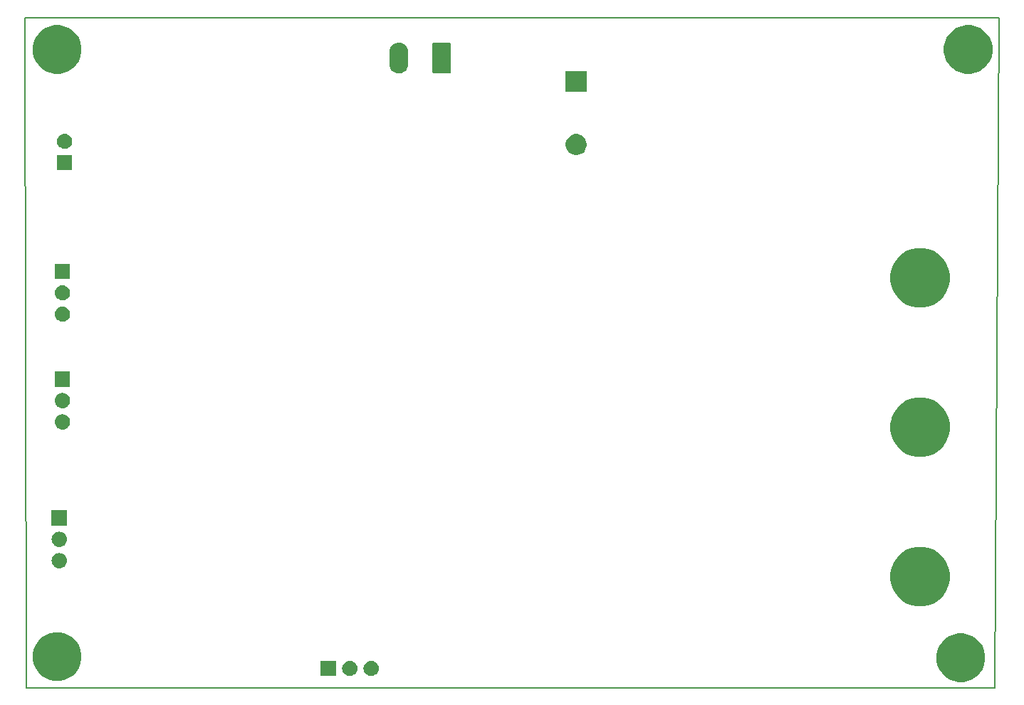
<source format=gbr>
G04 #@! TF.GenerationSoftware,KiCad,Pcbnew,(5.0.2)-1*
G04 #@! TF.CreationDate,2019-05-11T14:53:23+03:00*
G04 #@! TF.ProjectId,ESC versiune2,45534320-7665-4727-9369-756e65322e6b,rev?*
G04 #@! TF.SameCoordinates,Original*
G04 #@! TF.FileFunction,Soldermask,Bot*
G04 #@! TF.FilePolarity,Negative*
%FSLAX46Y46*%
G04 Gerber Fmt 4.6, Leading zero omitted, Abs format (unit mm)*
G04 Created by KiCad (PCBNEW (5.0.2)-1) date 5/11/2019 2:53:23 PM*
%MOMM*%
%LPD*%
G01*
G04 APERTURE LIST*
%ADD10C,0.150000*%
%ADD11C,0.100000*%
G04 APERTURE END LIST*
D10*
X57023000Y-131318000D02*
X172212000Y-131318000D01*
X172720000Y-51562000D02*
X172212000Y-131318000D01*
X56896000Y-51562000D02*
X57023000Y-131318000D01*
X56896000Y-51562000D02*
X172720000Y-51562000D01*
D11*
G36*
X168994190Y-124972483D02*
X169522138Y-125191166D01*
X169997283Y-125508648D01*
X170401352Y-125912717D01*
X170718834Y-126387862D01*
X170937517Y-126915810D01*
X171049000Y-127476275D01*
X171049000Y-128047725D01*
X170937517Y-128608190D01*
X170718834Y-129136138D01*
X170401352Y-129611283D01*
X169997283Y-130015352D01*
X169522138Y-130332834D01*
X168994190Y-130551517D01*
X168433725Y-130663000D01*
X167862275Y-130663000D01*
X167301810Y-130551517D01*
X166773862Y-130332834D01*
X166298717Y-130015352D01*
X165894648Y-129611283D01*
X165577166Y-129136138D01*
X165358483Y-128608190D01*
X165247000Y-128047725D01*
X165247000Y-127476275D01*
X165358483Y-126915810D01*
X165577166Y-126387862D01*
X165894648Y-125912717D01*
X166298717Y-125508648D01*
X166773862Y-125191166D01*
X167301810Y-124972483D01*
X167862275Y-124861000D01*
X168433725Y-124861000D01*
X168994190Y-124972483D01*
X168994190Y-124972483D01*
G37*
G36*
X61552190Y-124845483D02*
X62080138Y-125064166D01*
X62555283Y-125381648D01*
X62959352Y-125785717D01*
X63276834Y-126260862D01*
X63495517Y-126788810D01*
X63607000Y-127349275D01*
X63607000Y-127920725D01*
X63495517Y-128481190D01*
X63276834Y-129009138D01*
X62959352Y-129484283D01*
X62555283Y-129888352D01*
X62080138Y-130205834D01*
X61552190Y-130424517D01*
X60991725Y-130536000D01*
X60420275Y-130536000D01*
X59859810Y-130424517D01*
X59331862Y-130205834D01*
X58856717Y-129888352D01*
X58452648Y-129484283D01*
X58135166Y-129009138D01*
X57916483Y-128481190D01*
X57805000Y-127920725D01*
X57805000Y-127349275D01*
X57916483Y-126788810D01*
X58135166Y-126260862D01*
X58452648Y-125785717D01*
X58856717Y-125381648D01*
X59331862Y-125064166D01*
X59859810Y-124845483D01*
X60420275Y-124734000D01*
X60991725Y-124734000D01*
X61552190Y-124845483D01*
X61552190Y-124845483D01*
G37*
G36*
X93865000Y-129933000D02*
X92063000Y-129933000D01*
X92063000Y-128131000D01*
X93865000Y-128131000D01*
X93865000Y-129933000D01*
X93865000Y-129933000D01*
G37*
G36*
X98154442Y-128137518D02*
X98220627Y-128144037D01*
X98333853Y-128178384D01*
X98390467Y-128195557D01*
X98529087Y-128269652D01*
X98546991Y-128279222D01*
X98582729Y-128308552D01*
X98684186Y-128391814D01*
X98757534Y-128481190D01*
X98796778Y-128529009D01*
X98796779Y-128529011D01*
X98880443Y-128685533D01*
X98880443Y-128685534D01*
X98931963Y-128855373D01*
X98949359Y-129032000D01*
X98931963Y-129208627D01*
X98897616Y-129321853D01*
X98880443Y-129378467D01*
X98823884Y-129484280D01*
X98796778Y-129534991D01*
X98767448Y-129570729D01*
X98684186Y-129672186D01*
X98582729Y-129755448D01*
X98546991Y-129784778D01*
X98546989Y-129784779D01*
X98390467Y-129868443D01*
X98333853Y-129885616D01*
X98220627Y-129919963D01*
X98154442Y-129926482D01*
X98088260Y-129933000D01*
X97999740Y-129933000D01*
X97933558Y-129926482D01*
X97867373Y-129919963D01*
X97754147Y-129885616D01*
X97697533Y-129868443D01*
X97541011Y-129784779D01*
X97541009Y-129784778D01*
X97505271Y-129755448D01*
X97403814Y-129672186D01*
X97320552Y-129570729D01*
X97291222Y-129534991D01*
X97264116Y-129484280D01*
X97207557Y-129378467D01*
X97190384Y-129321853D01*
X97156037Y-129208627D01*
X97138641Y-129032000D01*
X97156037Y-128855373D01*
X97207557Y-128685534D01*
X97207557Y-128685533D01*
X97291221Y-128529011D01*
X97291222Y-128529009D01*
X97330466Y-128481190D01*
X97403814Y-128391814D01*
X97505271Y-128308552D01*
X97541009Y-128279222D01*
X97558913Y-128269652D01*
X97697533Y-128195557D01*
X97754147Y-128178384D01*
X97867373Y-128144037D01*
X97933558Y-128137518D01*
X97999740Y-128131000D01*
X98088260Y-128131000D01*
X98154442Y-128137518D01*
X98154442Y-128137518D01*
G37*
G36*
X95614442Y-128137518D02*
X95680627Y-128144037D01*
X95793853Y-128178384D01*
X95850467Y-128195557D01*
X95989087Y-128269652D01*
X96006991Y-128279222D01*
X96042729Y-128308552D01*
X96144186Y-128391814D01*
X96217534Y-128481190D01*
X96256778Y-128529009D01*
X96256779Y-128529011D01*
X96340443Y-128685533D01*
X96340443Y-128685534D01*
X96391963Y-128855373D01*
X96409359Y-129032000D01*
X96391963Y-129208627D01*
X96357616Y-129321853D01*
X96340443Y-129378467D01*
X96283884Y-129484280D01*
X96256778Y-129534991D01*
X96227448Y-129570729D01*
X96144186Y-129672186D01*
X96042729Y-129755448D01*
X96006991Y-129784778D01*
X96006989Y-129784779D01*
X95850467Y-129868443D01*
X95793853Y-129885616D01*
X95680627Y-129919963D01*
X95614442Y-129926482D01*
X95548260Y-129933000D01*
X95459740Y-129933000D01*
X95393558Y-129926482D01*
X95327373Y-129919963D01*
X95214147Y-129885616D01*
X95157533Y-129868443D01*
X95001011Y-129784779D01*
X95001009Y-129784778D01*
X94965271Y-129755448D01*
X94863814Y-129672186D01*
X94780552Y-129570729D01*
X94751222Y-129534991D01*
X94724116Y-129484280D01*
X94667557Y-129378467D01*
X94650384Y-129321853D01*
X94616037Y-129208627D01*
X94598641Y-129032000D01*
X94616037Y-128855373D01*
X94667557Y-128685534D01*
X94667557Y-128685533D01*
X94751221Y-128529011D01*
X94751222Y-128529009D01*
X94790466Y-128481190D01*
X94863814Y-128391814D01*
X94965271Y-128308552D01*
X95001009Y-128279222D01*
X95018913Y-128269652D01*
X95157533Y-128195557D01*
X95214147Y-128178384D01*
X95327373Y-128144037D01*
X95393558Y-128137518D01*
X95459740Y-128131000D01*
X95548260Y-128131000D01*
X95614442Y-128137518D01*
X95614442Y-128137518D01*
G37*
G36*
X164357786Y-114695462D02*
X164357788Y-114695463D01*
X164357789Y-114695463D01*
X165004029Y-114963144D01*
X165004030Y-114963145D01*
X165585634Y-115351760D01*
X166080240Y-115846366D01*
X166080242Y-115846369D01*
X166468856Y-116427971D01*
X166641671Y-116845185D01*
X166736538Y-117074214D01*
X166873000Y-117760256D01*
X166873000Y-118459743D01*
X166736537Y-119145789D01*
X166468856Y-119792029D01*
X166468855Y-119792030D01*
X166080240Y-120373634D01*
X165585634Y-120868240D01*
X165585631Y-120868242D01*
X165004029Y-121256856D01*
X164357789Y-121524537D01*
X164357788Y-121524537D01*
X164357786Y-121524538D01*
X163671744Y-121661000D01*
X162972256Y-121661000D01*
X162286214Y-121524538D01*
X162286212Y-121524537D01*
X162286211Y-121524537D01*
X161639971Y-121256856D01*
X161058369Y-120868242D01*
X161058366Y-120868240D01*
X160563760Y-120373634D01*
X160175145Y-119792030D01*
X160175144Y-119792029D01*
X159907463Y-119145789D01*
X159771000Y-118459743D01*
X159771000Y-117760256D01*
X159907462Y-117074214D01*
X160002329Y-116845185D01*
X160175144Y-116427971D01*
X160563758Y-115846369D01*
X160563760Y-115846366D01*
X161058366Y-115351760D01*
X161639970Y-114963145D01*
X161639971Y-114963144D01*
X162286211Y-114695463D01*
X162286212Y-114695463D01*
X162286214Y-114695462D01*
X162972256Y-114559000D01*
X163671744Y-114559000D01*
X164357786Y-114695462D01*
X164357786Y-114695462D01*
G37*
G36*
X61070442Y-115310518D02*
X61136627Y-115317037D01*
X61249853Y-115351384D01*
X61306467Y-115368557D01*
X61445087Y-115442652D01*
X61462991Y-115452222D01*
X61498729Y-115481552D01*
X61600186Y-115564814D01*
X61683448Y-115666271D01*
X61712778Y-115702009D01*
X61712779Y-115702011D01*
X61796443Y-115858533D01*
X61796443Y-115858534D01*
X61847963Y-116028373D01*
X61865359Y-116205000D01*
X61847963Y-116381627D01*
X61813616Y-116494853D01*
X61796443Y-116551467D01*
X61722348Y-116690087D01*
X61712778Y-116707991D01*
X61683448Y-116743729D01*
X61600186Y-116845186D01*
X61498729Y-116928448D01*
X61462991Y-116957778D01*
X61462989Y-116957779D01*
X61306467Y-117041443D01*
X61249853Y-117058616D01*
X61136627Y-117092963D01*
X61070443Y-117099481D01*
X61004260Y-117106000D01*
X60915740Y-117106000D01*
X60849557Y-117099481D01*
X60783373Y-117092963D01*
X60670147Y-117058616D01*
X60613533Y-117041443D01*
X60457011Y-116957779D01*
X60457009Y-116957778D01*
X60421271Y-116928448D01*
X60319814Y-116845186D01*
X60236552Y-116743729D01*
X60207222Y-116707991D01*
X60197652Y-116690087D01*
X60123557Y-116551467D01*
X60106384Y-116494853D01*
X60072037Y-116381627D01*
X60054641Y-116205000D01*
X60072037Y-116028373D01*
X60123557Y-115858534D01*
X60123557Y-115858533D01*
X60207221Y-115702011D01*
X60207222Y-115702009D01*
X60236552Y-115666271D01*
X60319814Y-115564814D01*
X60421271Y-115481552D01*
X60457009Y-115452222D01*
X60474913Y-115442652D01*
X60613533Y-115368557D01*
X60670147Y-115351384D01*
X60783373Y-115317037D01*
X60849558Y-115310518D01*
X60915740Y-115304000D01*
X61004260Y-115304000D01*
X61070442Y-115310518D01*
X61070442Y-115310518D01*
G37*
G36*
X61070442Y-112770518D02*
X61136627Y-112777037D01*
X61249853Y-112811384D01*
X61306467Y-112828557D01*
X61445087Y-112902652D01*
X61462991Y-112912222D01*
X61498729Y-112941552D01*
X61600186Y-113024814D01*
X61683448Y-113126271D01*
X61712778Y-113162009D01*
X61712779Y-113162011D01*
X61796443Y-113318533D01*
X61796443Y-113318534D01*
X61847963Y-113488373D01*
X61865359Y-113665000D01*
X61847963Y-113841627D01*
X61813616Y-113954853D01*
X61796443Y-114011467D01*
X61722348Y-114150087D01*
X61712778Y-114167991D01*
X61683448Y-114203729D01*
X61600186Y-114305186D01*
X61498729Y-114388448D01*
X61462991Y-114417778D01*
X61462989Y-114417779D01*
X61306467Y-114501443D01*
X61249853Y-114518616D01*
X61136627Y-114552963D01*
X61075331Y-114559000D01*
X61004260Y-114566000D01*
X60915740Y-114566000D01*
X60844669Y-114559000D01*
X60783373Y-114552963D01*
X60670147Y-114518616D01*
X60613533Y-114501443D01*
X60457011Y-114417779D01*
X60457009Y-114417778D01*
X60421271Y-114388448D01*
X60319814Y-114305186D01*
X60236552Y-114203729D01*
X60207222Y-114167991D01*
X60197652Y-114150087D01*
X60123557Y-114011467D01*
X60106384Y-113954853D01*
X60072037Y-113841627D01*
X60054641Y-113665000D01*
X60072037Y-113488373D01*
X60123557Y-113318534D01*
X60123557Y-113318533D01*
X60207221Y-113162011D01*
X60207222Y-113162009D01*
X60236552Y-113126271D01*
X60319814Y-113024814D01*
X60421271Y-112941552D01*
X60457009Y-112912222D01*
X60474913Y-112902652D01*
X60613533Y-112828557D01*
X60670147Y-112811384D01*
X60783373Y-112777037D01*
X60849558Y-112770518D01*
X60915740Y-112764000D01*
X61004260Y-112764000D01*
X61070442Y-112770518D01*
X61070442Y-112770518D01*
G37*
G36*
X61861000Y-112026000D02*
X60059000Y-112026000D01*
X60059000Y-110224000D01*
X61861000Y-110224000D01*
X61861000Y-112026000D01*
X61861000Y-112026000D01*
G37*
G36*
X164357786Y-96915462D02*
X164357788Y-96915463D01*
X164357789Y-96915463D01*
X165004029Y-97183144D01*
X165480433Y-97501467D01*
X165585634Y-97571760D01*
X166080240Y-98066366D01*
X166080242Y-98066369D01*
X166468856Y-98647971D01*
X166694204Y-99192011D01*
X166736538Y-99294214D01*
X166747343Y-99348534D01*
X166873000Y-99980257D01*
X166873000Y-100679743D01*
X166736537Y-101365789D01*
X166468856Y-102012029D01*
X166468855Y-102012030D01*
X166080240Y-102593634D01*
X165585634Y-103088240D01*
X165585631Y-103088242D01*
X165004029Y-103476856D01*
X164357789Y-103744537D01*
X164357788Y-103744537D01*
X164357786Y-103744538D01*
X163671744Y-103881000D01*
X162972256Y-103881000D01*
X162286214Y-103744538D01*
X162286212Y-103744537D01*
X162286211Y-103744537D01*
X161639971Y-103476856D01*
X161058369Y-103088242D01*
X161058366Y-103088240D01*
X160563760Y-102593634D01*
X160175145Y-102012030D01*
X160175144Y-102012029D01*
X159907463Y-101365789D01*
X159771000Y-100679743D01*
X159771000Y-99980257D01*
X159896657Y-99348534D01*
X159907462Y-99294214D01*
X159949796Y-99192011D01*
X160175144Y-98647971D01*
X160563758Y-98066369D01*
X160563760Y-98066366D01*
X161058366Y-97571760D01*
X161163567Y-97501467D01*
X161639971Y-97183144D01*
X162286211Y-96915463D01*
X162286212Y-96915463D01*
X162286214Y-96915462D01*
X162972256Y-96779000D01*
X163671744Y-96779000D01*
X164357786Y-96915462D01*
X164357786Y-96915462D01*
G37*
G36*
X61451443Y-98800519D02*
X61517627Y-98807037D01*
X61630853Y-98841384D01*
X61687467Y-98858557D01*
X61826087Y-98932652D01*
X61843991Y-98942222D01*
X61879729Y-98971552D01*
X61981186Y-99054814D01*
X62064448Y-99156271D01*
X62093778Y-99192009D01*
X62093779Y-99192011D01*
X62177443Y-99348533D01*
X62177443Y-99348534D01*
X62228963Y-99518373D01*
X62246359Y-99695000D01*
X62228963Y-99871627D01*
X62194616Y-99984853D01*
X62177443Y-100041467D01*
X62103348Y-100180087D01*
X62093778Y-100197991D01*
X62064448Y-100233729D01*
X61981186Y-100335186D01*
X61879729Y-100418448D01*
X61843991Y-100447778D01*
X61843989Y-100447779D01*
X61687467Y-100531443D01*
X61630853Y-100548616D01*
X61517627Y-100582963D01*
X61451443Y-100589481D01*
X61385260Y-100596000D01*
X61296740Y-100596000D01*
X61230557Y-100589481D01*
X61164373Y-100582963D01*
X61051147Y-100548616D01*
X60994533Y-100531443D01*
X60838011Y-100447779D01*
X60838009Y-100447778D01*
X60802271Y-100418448D01*
X60700814Y-100335186D01*
X60617552Y-100233729D01*
X60588222Y-100197991D01*
X60578652Y-100180087D01*
X60504557Y-100041467D01*
X60487384Y-99984853D01*
X60453037Y-99871627D01*
X60435641Y-99695000D01*
X60453037Y-99518373D01*
X60504557Y-99348534D01*
X60504557Y-99348533D01*
X60588221Y-99192011D01*
X60588222Y-99192009D01*
X60617552Y-99156271D01*
X60700814Y-99054814D01*
X60802271Y-98971552D01*
X60838009Y-98942222D01*
X60855913Y-98932652D01*
X60994533Y-98858557D01*
X61051147Y-98841384D01*
X61164373Y-98807037D01*
X61230557Y-98800519D01*
X61296740Y-98794000D01*
X61385260Y-98794000D01*
X61451443Y-98800519D01*
X61451443Y-98800519D01*
G37*
G36*
X61451442Y-96260518D02*
X61517627Y-96267037D01*
X61630853Y-96301384D01*
X61687467Y-96318557D01*
X61826087Y-96392652D01*
X61843991Y-96402222D01*
X61879729Y-96431552D01*
X61981186Y-96514814D01*
X62064448Y-96616271D01*
X62093778Y-96652009D01*
X62093779Y-96652011D01*
X62177443Y-96808533D01*
X62177443Y-96808534D01*
X62228963Y-96978373D01*
X62246359Y-97155000D01*
X62228963Y-97331627D01*
X62194616Y-97444853D01*
X62177443Y-97501467D01*
X62139871Y-97571758D01*
X62093778Y-97657991D01*
X62064448Y-97693729D01*
X61981186Y-97795186D01*
X61879729Y-97878448D01*
X61843991Y-97907778D01*
X61843989Y-97907779D01*
X61687467Y-97991443D01*
X61630853Y-98008616D01*
X61517627Y-98042963D01*
X61451443Y-98049481D01*
X61385260Y-98056000D01*
X61296740Y-98056000D01*
X61230557Y-98049481D01*
X61164373Y-98042963D01*
X61051147Y-98008616D01*
X60994533Y-97991443D01*
X60838011Y-97907779D01*
X60838009Y-97907778D01*
X60802271Y-97878448D01*
X60700814Y-97795186D01*
X60617552Y-97693729D01*
X60588222Y-97657991D01*
X60542129Y-97571758D01*
X60504557Y-97501467D01*
X60487384Y-97444853D01*
X60453037Y-97331627D01*
X60435641Y-97155000D01*
X60453037Y-96978373D01*
X60504557Y-96808534D01*
X60504557Y-96808533D01*
X60588221Y-96652011D01*
X60588222Y-96652009D01*
X60617552Y-96616271D01*
X60700814Y-96514814D01*
X60802271Y-96431552D01*
X60838009Y-96402222D01*
X60855913Y-96392652D01*
X60994533Y-96318557D01*
X61051147Y-96301384D01*
X61164373Y-96267037D01*
X61230558Y-96260518D01*
X61296740Y-96254000D01*
X61385260Y-96254000D01*
X61451442Y-96260518D01*
X61451442Y-96260518D01*
G37*
G36*
X62242000Y-95516000D02*
X60440000Y-95516000D01*
X60440000Y-93714000D01*
X62242000Y-93714000D01*
X62242000Y-95516000D01*
X62242000Y-95516000D01*
G37*
G36*
X61451443Y-85973519D02*
X61517627Y-85980037D01*
X61630853Y-86014384D01*
X61687467Y-86031557D01*
X61817384Y-86101000D01*
X61843991Y-86115222D01*
X61879729Y-86144552D01*
X61981186Y-86227814D01*
X62064448Y-86329271D01*
X62093778Y-86365009D01*
X62093779Y-86365011D01*
X62177443Y-86521533D01*
X62177443Y-86521534D01*
X62228963Y-86691373D01*
X62246359Y-86868000D01*
X62228963Y-87044627D01*
X62194616Y-87157853D01*
X62177443Y-87214467D01*
X62103348Y-87353087D01*
X62093778Y-87370991D01*
X62064448Y-87406729D01*
X61981186Y-87508186D01*
X61879729Y-87591448D01*
X61843991Y-87620778D01*
X61843989Y-87620779D01*
X61687467Y-87704443D01*
X61630853Y-87721616D01*
X61517627Y-87755963D01*
X61451442Y-87762482D01*
X61385260Y-87769000D01*
X61296740Y-87769000D01*
X61230558Y-87762482D01*
X61164373Y-87755963D01*
X61051147Y-87721616D01*
X60994533Y-87704443D01*
X60838011Y-87620779D01*
X60838009Y-87620778D01*
X60802271Y-87591448D01*
X60700814Y-87508186D01*
X60617552Y-87406729D01*
X60588222Y-87370991D01*
X60578652Y-87353087D01*
X60504557Y-87214467D01*
X60487384Y-87157853D01*
X60453037Y-87044627D01*
X60435641Y-86868000D01*
X60453037Y-86691373D01*
X60504557Y-86521534D01*
X60504557Y-86521533D01*
X60588221Y-86365011D01*
X60588222Y-86365009D01*
X60617552Y-86329271D01*
X60700814Y-86227814D01*
X60802271Y-86144552D01*
X60838009Y-86115222D01*
X60864616Y-86101000D01*
X60994533Y-86031557D01*
X61051147Y-86014384D01*
X61164373Y-85980037D01*
X61230557Y-85973519D01*
X61296740Y-85967000D01*
X61385260Y-85967000D01*
X61451443Y-85973519D01*
X61451443Y-85973519D01*
G37*
G36*
X164357786Y-79135462D02*
X164357788Y-79135463D01*
X164357789Y-79135463D01*
X165004029Y-79403144D01*
X165004030Y-79403145D01*
X165585634Y-79791760D01*
X166080240Y-80286366D01*
X166080242Y-80286369D01*
X166468856Y-80867971D01*
X166736537Y-81514211D01*
X166736538Y-81514214D01*
X166873000Y-82200256D01*
X166873000Y-82899744D01*
X166738640Y-83575221D01*
X166736537Y-83585789D01*
X166468856Y-84232029D01*
X166468855Y-84232030D01*
X166080240Y-84813634D01*
X165585634Y-85308240D01*
X165585631Y-85308242D01*
X165004029Y-85696856D01*
X164357789Y-85964537D01*
X164357788Y-85964537D01*
X164357786Y-85964538D01*
X163671744Y-86101000D01*
X162972256Y-86101000D01*
X162286214Y-85964538D01*
X162286212Y-85964537D01*
X162286211Y-85964537D01*
X161639971Y-85696856D01*
X161058369Y-85308242D01*
X161058366Y-85308240D01*
X160563760Y-84813634D01*
X160175145Y-84232030D01*
X160175144Y-84232029D01*
X159907463Y-83585789D01*
X159905361Y-83575221D01*
X159771000Y-82899744D01*
X159771000Y-82200256D01*
X159907462Y-81514214D01*
X159907463Y-81514211D01*
X160175144Y-80867971D01*
X160563758Y-80286369D01*
X160563760Y-80286366D01*
X161058366Y-79791760D01*
X161639970Y-79403145D01*
X161639971Y-79403144D01*
X162286211Y-79135463D01*
X162286212Y-79135463D01*
X162286214Y-79135462D01*
X162972256Y-78999000D01*
X163671744Y-78999000D01*
X164357786Y-79135462D01*
X164357786Y-79135462D01*
G37*
G36*
X61451443Y-83433519D02*
X61517627Y-83440037D01*
X61630853Y-83474384D01*
X61687467Y-83491557D01*
X61826087Y-83565652D01*
X61843991Y-83575222D01*
X61879729Y-83604552D01*
X61981186Y-83687814D01*
X62064448Y-83789271D01*
X62093778Y-83825009D01*
X62093779Y-83825011D01*
X62177443Y-83981533D01*
X62177443Y-83981534D01*
X62228963Y-84151373D01*
X62246359Y-84328000D01*
X62228963Y-84504627D01*
X62194616Y-84617853D01*
X62177443Y-84674467D01*
X62103348Y-84813087D01*
X62093778Y-84830991D01*
X62064448Y-84866729D01*
X61981186Y-84968186D01*
X61879729Y-85051448D01*
X61843991Y-85080778D01*
X61843989Y-85080779D01*
X61687467Y-85164443D01*
X61630853Y-85181616D01*
X61517627Y-85215963D01*
X61451443Y-85222481D01*
X61385260Y-85229000D01*
X61296740Y-85229000D01*
X61230557Y-85222481D01*
X61164373Y-85215963D01*
X61051147Y-85181616D01*
X60994533Y-85164443D01*
X60838011Y-85080779D01*
X60838009Y-85080778D01*
X60802271Y-85051448D01*
X60700814Y-84968186D01*
X60617552Y-84866729D01*
X60588222Y-84830991D01*
X60578652Y-84813087D01*
X60504557Y-84674467D01*
X60487384Y-84617853D01*
X60453037Y-84504627D01*
X60435641Y-84328000D01*
X60453037Y-84151373D01*
X60504557Y-83981534D01*
X60504557Y-83981533D01*
X60588221Y-83825011D01*
X60588222Y-83825009D01*
X60617552Y-83789271D01*
X60700814Y-83687814D01*
X60802271Y-83604552D01*
X60838009Y-83575222D01*
X60855913Y-83565652D01*
X60994533Y-83491557D01*
X61051147Y-83474384D01*
X61164373Y-83440037D01*
X61230557Y-83433519D01*
X61296740Y-83427000D01*
X61385260Y-83427000D01*
X61451443Y-83433519D01*
X61451443Y-83433519D01*
G37*
G36*
X62242000Y-82689000D02*
X60440000Y-82689000D01*
X60440000Y-80887000D01*
X62242000Y-80887000D01*
X62242000Y-82689000D01*
X62242000Y-82689000D01*
G37*
G36*
X62496000Y-69735000D02*
X60694000Y-69735000D01*
X60694000Y-67933000D01*
X62496000Y-67933000D01*
X62496000Y-69735000D01*
X62496000Y-69735000D01*
G37*
G36*
X122611635Y-65443019D02*
X122792903Y-65479075D01*
X123020571Y-65573378D01*
X123224542Y-65709668D01*
X123225469Y-65710287D01*
X123399713Y-65884531D01*
X123399715Y-65884534D01*
X123536622Y-66089429D01*
X123630925Y-66317097D01*
X123679000Y-66558787D01*
X123679000Y-66805213D01*
X123630925Y-67046903D01*
X123536622Y-67274571D01*
X123400332Y-67478542D01*
X123399713Y-67479469D01*
X123225469Y-67653713D01*
X123225466Y-67653715D01*
X123020571Y-67790622D01*
X122792903Y-67884925D01*
X122611635Y-67920981D01*
X122551214Y-67933000D01*
X122304786Y-67933000D01*
X122244365Y-67920981D01*
X122063097Y-67884925D01*
X121835429Y-67790622D01*
X121630534Y-67653715D01*
X121630531Y-67653713D01*
X121456287Y-67479469D01*
X121455668Y-67478542D01*
X121319378Y-67274571D01*
X121225075Y-67046903D01*
X121177000Y-66805213D01*
X121177000Y-66558787D01*
X121225075Y-66317097D01*
X121319378Y-66089429D01*
X121456285Y-65884534D01*
X121456287Y-65884531D01*
X121630531Y-65710287D01*
X121631458Y-65709668D01*
X121835429Y-65573378D01*
X122063097Y-65479075D01*
X122244365Y-65443019D01*
X122304786Y-65431000D01*
X122551214Y-65431000D01*
X122611635Y-65443019D01*
X122611635Y-65443019D01*
G37*
G36*
X61705443Y-65399519D02*
X61771627Y-65406037D01*
X61853919Y-65431000D01*
X61941467Y-65457557D01*
X62080087Y-65531652D01*
X62097991Y-65541222D01*
X62133729Y-65570552D01*
X62235186Y-65653814D01*
X62318448Y-65755271D01*
X62347778Y-65791009D01*
X62347779Y-65791011D01*
X62431443Y-65947533D01*
X62431443Y-65947534D01*
X62482963Y-66117373D01*
X62500359Y-66294000D01*
X62482963Y-66470627D01*
X62456220Y-66558786D01*
X62431443Y-66640467D01*
X62357348Y-66779087D01*
X62347778Y-66796991D01*
X62318448Y-66832729D01*
X62235186Y-66934186D01*
X62133729Y-67017448D01*
X62097991Y-67046778D01*
X62097989Y-67046779D01*
X61941467Y-67130443D01*
X61884853Y-67147616D01*
X61771627Y-67181963D01*
X61705442Y-67188482D01*
X61639260Y-67195000D01*
X61550740Y-67195000D01*
X61484558Y-67188482D01*
X61418373Y-67181963D01*
X61305147Y-67147616D01*
X61248533Y-67130443D01*
X61092011Y-67046779D01*
X61092009Y-67046778D01*
X61056271Y-67017448D01*
X60954814Y-66934186D01*
X60871552Y-66832729D01*
X60842222Y-66796991D01*
X60832652Y-66779087D01*
X60758557Y-66640467D01*
X60733780Y-66558786D01*
X60707037Y-66470627D01*
X60689641Y-66294000D01*
X60707037Y-66117373D01*
X60758557Y-65947534D01*
X60758557Y-65947533D01*
X60842221Y-65791011D01*
X60842222Y-65791009D01*
X60871552Y-65755271D01*
X60954814Y-65653814D01*
X61056271Y-65570552D01*
X61092009Y-65541222D01*
X61109913Y-65531652D01*
X61248533Y-65457557D01*
X61336081Y-65431000D01*
X61418373Y-65406037D01*
X61484557Y-65399519D01*
X61550740Y-65393000D01*
X61639260Y-65393000D01*
X61705443Y-65399519D01*
X61705443Y-65399519D01*
G37*
G36*
X123679000Y-60433000D02*
X121177000Y-60433000D01*
X121177000Y-57931000D01*
X123679000Y-57931000D01*
X123679000Y-60433000D01*
X123679000Y-60433000D01*
G37*
G36*
X61552190Y-52582483D02*
X62080138Y-52801166D01*
X62555283Y-53118648D01*
X62959352Y-53522717D01*
X63276834Y-53997862D01*
X63495517Y-54525810D01*
X63607000Y-55086275D01*
X63607000Y-55657725D01*
X63495517Y-56218190D01*
X63276834Y-56746138D01*
X62959352Y-57221283D01*
X62555283Y-57625352D01*
X62080138Y-57942834D01*
X61552190Y-58161517D01*
X60991725Y-58273000D01*
X60420275Y-58273000D01*
X59859810Y-58161517D01*
X59331862Y-57942834D01*
X58856717Y-57625352D01*
X58452648Y-57221283D01*
X58135166Y-56746138D01*
X57916483Y-56218190D01*
X57805000Y-55657725D01*
X57805000Y-55086275D01*
X57916483Y-54525810D01*
X58135166Y-53997862D01*
X58452648Y-53522717D01*
X58856717Y-53118648D01*
X59331862Y-52801166D01*
X59859810Y-52582483D01*
X60420275Y-52471000D01*
X60991725Y-52471000D01*
X61552190Y-52582483D01*
X61552190Y-52582483D01*
G37*
G36*
X169883190Y-52582483D02*
X170411138Y-52801166D01*
X170886283Y-53118648D01*
X171290352Y-53522717D01*
X171607834Y-53997862D01*
X171826517Y-54525810D01*
X171938000Y-55086275D01*
X171938000Y-55657725D01*
X171826517Y-56218190D01*
X171607834Y-56746138D01*
X171290352Y-57221283D01*
X170886283Y-57625352D01*
X170411138Y-57942834D01*
X169883190Y-58161517D01*
X169322725Y-58273000D01*
X168751275Y-58273000D01*
X168190810Y-58161517D01*
X167662862Y-57942834D01*
X167187717Y-57625352D01*
X166783648Y-57221283D01*
X166466166Y-56746138D01*
X166247483Y-56218190D01*
X166136000Y-55657725D01*
X166136000Y-55086275D01*
X166247483Y-54525810D01*
X166466166Y-53997862D01*
X166783648Y-53522717D01*
X167187717Y-53118648D01*
X167662862Y-52801166D01*
X168190810Y-52582483D01*
X168751275Y-52471000D01*
X169322725Y-52471000D01*
X169883190Y-52582483D01*
X169883190Y-52582483D01*
G37*
G36*
X101559870Y-54552786D02*
X101559873Y-54552787D01*
X101765527Y-54615171D01*
X101765529Y-54615172D01*
X101765532Y-54615173D01*
X101955060Y-54716477D01*
X102121186Y-54852814D01*
X102257523Y-55018940D01*
X102358827Y-55208468D01*
X102421214Y-55414130D01*
X102437000Y-55574408D01*
X102437000Y-57201592D01*
X102421214Y-57361870D01*
X102358827Y-57567532D01*
X102257523Y-57757060D01*
X102121186Y-57923186D01*
X101955059Y-58059523D01*
X101765531Y-58160827D01*
X101765528Y-58160828D01*
X101765526Y-58160829D01*
X101653531Y-58194802D01*
X101559869Y-58223214D01*
X101346000Y-58244278D01*
X101132130Y-58223214D01*
X101038468Y-58194802D01*
X100926473Y-58160829D01*
X100926471Y-58160828D01*
X100926468Y-58160827D01*
X100736940Y-58059523D01*
X100570814Y-57923186D01*
X100434477Y-57757059D01*
X100333173Y-57567531D01*
X100270786Y-57361869D01*
X100255000Y-57201591D01*
X100255000Y-55574408D01*
X100270786Y-55414125D01*
X100333171Y-55208473D01*
X100434478Y-55018940D01*
X100570815Y-54852814D01*
X100736941Y-54716477D01*
X100926469Y-54615173D01*
X100926472Y-54615172D01*
X100926474Y-54615171D01*
X101132128Y-54552787D01*
X101132131Y-54552786D01*
X101346000Y-54531722D01*
X101559870Y-54552786D01*
X101559870Y-54552786D01*
G37*
G36*
X107382216Y-54540808D02*
X107413491Y-54550295D01*
X107442309Y-54565698D01*
X107467570Y-54586430D01*
X107488302Y-54611691D01*
X107503705Y-54640509D01*
X107513192Y-54671784D01*
X107517000Y-54710447D01*
X107517000Y-58065553D01*
X107513192Y-58104216D01*
X107503705Y-58135491D01*
X107488302Y-58164309D01*
X107467570Y-58189570D01*
X107442309Y-58210302D01*
X107413491Y-58225705D01*
X107382216Y-58235192D01*
X107343553Y-58239000D01*
X105508447Y-58239000D01*
X105469784Y-58235192D01*
X105438509Y-58225705D01*
X105409691Y-58210302D01*
X105384430Y-58189570D01*
X105363698Y-58164309D01*
X105348295Y-58135491D01*
X105338808Y-58104216D01*
X105335000Y-58065553D01*
X105335000Y-54710447D01*
X105338808Y-54671784D01*
X105348295Y-54640509D01*
X105363698Y-54611691D01*
X105384430Y-54586430D01*
X105409691Y-54565698D01*
X105438509Y-54550295D01*
X105469784Y-54540808D01*
X105508447Y-54537000D01*
X107343553Y-54537000D01*
X107382216Y-54540808D01*
X107382216Y-54540808D01*
G37*
M02*

</source>
